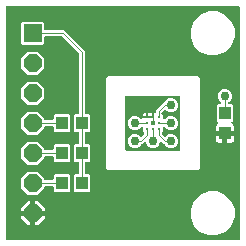
<source format=gbr>
G04 EAGLE Gerber RS-274X export*
G75*
%MOMM*%
%FSLAX34Y34*%
%LPD*%
%INTop Copper*%
%IPPOS*%
%AMOC8*
5,1,8,0,0,1.08239X$1,22.5*%
G01*
%ADD10R,0.381000X0.381000*%
%ADD11C,0.300000*%
%ADD12R,1.000000X1.100000*%
%ADD13R,1.524000X1.524000*%
%ADD14P,1.649562X8X22.500000*%
%ADD15C,0.050800*%
%ADD16C,0.101600*%
%ADD17C,0.762000*%

G36*
X199702Y2549D02*
X199702Y2549D01*
X199760Y2547D01*
X199842Y2569D01*
X199926Y2581D01*
X199979Y2604D01*
X200035Y2619D01*
X200108Y2662D01*
X200185Y2697D01*
X200230Y2735D01*
X200280Y2764D01*
X200338Y2826D01*
X200402Y2880D01*
X200434Y2929D01*
X200474Y2972D01*
X200513Y3047D01*
X200560Y3117D01*
X200577Y3173D01*
X200604Y3225D01*
X200615Y3293D01*
X200645Y3388D01*
X200648Y3488D01*
X200659Y3556D01*
X200659Y199644D01*
X200651Y199702D01*
X200653Y199760D01*
X200631Y199842D01*
X200619Y199926D01*
X200596Y199979D01*
X200581Y200035D01*
X200538Y200108D01*
X200503Y200185D01*
X200465Y200230D01*
X200436Y200280D01*
X200374Y200338D01*
X200320Y200402D01*
X200271Y200434D01*
X200228Y200474D01*
X200153Y200513D01*
X200083Y200560D01*
X200027Y200577D01*
X199975Y200604D01*
X199907Y200615D01*
X199812Y200645D01*
X199712Y200648D01*
X199644Y200659D01*
X3556Y200659D01*
X3498Y200651D01*
X3440Y200653D01*
X3358Y200631D01*
X3274Y200619D01*
X3221Y200596D01*
X3165Y200581D01*
X3092Y200538D01*
X3015Y200503D01*
X2970Y200465D01*
X2920Y200436D01*
X2862Y200374D01*
X2798Y200320D01*
X2766Y200271D01*
X2726Y200228D01*
X2687Y200153D01*
X2640Y200083D01*
X2623Y200027D01*
X2596Y199975D01*
X2585Y199907D01*
X2555Y199812D01*
X2552Y199712D01*
X2541Y199644D01*
X2541Y3556D01*
X2549Y3498D01*
X2547Y3440D01*
X2569Y3358D01*
X2581Y3274D01*
X2604Y3221D01*
X2619Y3165D01*
X2662Y3092D01*
X2697Y3015D01*
X2735Y2970D01*
X2764Y2920D01*
X2826Y2862D01*
X2880Y2798D01*
X2929Y2766D01*
X2972Y2726D01*
X3047Y2687D01*
X3117Y2640D01*
X3173Y2623D01*
X3225Y2596D01*
X3293Y2585D01*
X3388Y2555D01*
X3488Y2552D01*
X3556Y2541D01*
X199644Y2541D01*
X199702Y2549D01*
G37*
%LPC*%
G36*
X88693Y62102D02*
X88693Y62102D01*
X87502Y63293D01*
X87502Y77458D01*
X87503Y77464D01*
X87503Y125737D01*
X87502Y125745D01*
X87502Y139907D01*
X88693Y141098D01*
X165307Y141098D01*
X166498Y139907D01*
X166498Y63293D01*
X165307Y62102D01*
X88693Y62102D01*
G37*
%LPD*%
G36*
X149411Y78241D02*
X149411Y78241D01*
X149469Y78239D01*
X149551Y78261D01*
X149635Y78273D01*
X149688Y78296D01*
X149744Y78311D01*
X149817Y78354D01*
X149894Y78389D01*
X149939Y78427D01*
X149989Y78456D01*
X150047Y78518D01*
X150111Y78572D01*
X150143Y78621D01*
X150183Y78664D01*
X150222Y78739D01*
X150269Y78809D01*
X150286Y78865D01*
X150313Y78917D01*
X150324Y78985D01*
X150354Y79080D01*
X150357Y79180D01*
X150368Y79248D01*
X150368Y123953D01*
X150360Y124011D01*
X150362Y124069D01*
X150340Y124151D01*
X150328Y124235D01*
X150305Y124288D01*
X150290Y124344D01*
X150247Y124417D01*
X150212Y124494D01*
X150174Y124539D01*
X150145Y124589D01*
X150083Y124647D01*
X150029Y124711D01*
X149980Y124743D01*
X149937Y124783D01*
X149862Y124822D01*
X149792Y124869D01*
X149736Y124886D01*
X149684Y124913D01*
X149616Y124924D01*
X149521Y124954D01*
X149421Y124957D01*
X149353Y124968D01*
X104648Y124968D01*
X104590Y124960D01*
X104532Y124962D01*
X104450Y124940D01*
X104366Y124928D01*
X104313Y124905D01*
X104257Y124890D01*
X104184Y124847D01*
X104107Y124812D01*
X104062Y124774D01*
X104012Y124745D01*
X103954Y124683D01*
X103890Y124629D01*
X103858Y124580D01*
X103818Y124537D01*
X103779Y124462D01*
X103732Y124392D01*
X103715Y124336D01*
X103688Y124284D01*
X103677Y124216D01*
X103647Y124121D01*
X103644Y124021D01*
X103633Y123953D01*
X103633Y79248D01*
X103641Y79190D01*
X103639Y79132D01*
X103661Y79050D01*
X103673Y78966D01*
X103696Y78913D01*
X103711Y78857D01*
X103754Y78784D01*
X103789Y78707D01*
X103827Y78662D01*
X103856Y78612D01*
X103918Y78554D01*
X103972Y78490D01*
X104021Y78458D01*
X104064Y78418D01*
X104139Y78379D01*
X104209Y78332D01*
X104265Y78315D01*
X104317Y78288D01*
X104385Y78277D01*
X104480Y78247D01*
X104580Y78244D01*
X104648Y78233D01*
X149353Y78233D01*
X149411Y78241D01*
G37*
%LPC*%
G36*
X61078Y43267D02*
X61078Y43267D01*
X59887Y44458D01*
X59887Y57142D01*
X61078Y58333D01*
X63364Y58333D01*
X63422Y58341D01*
X63480Y58339D01*
X63562Y58361D01*
X63646Y58373D01*
X63699Y58396D01*
X63755Y58411D01*
X63828Y58454D01*
X63905Y58489D01*
X63950Y58527D01*
X64000Y58556D01*
X64058Y58618D01*
X64122Y58672D01*
X64154Y58721D01*
X64194Y58764D01*
X64233Y58839D01*
X64280Y58909D01*
X64297Y58965D01*
X64324Y59017D01*
X64335Y59085D01*
X64365Y59180D01*
X64368Y59280D01*
X64379Y59348D01*
X64379Y67652D01*
X64371Y67710D01*
X64373Y67768D01*
X64351Y67850D01*
X64339Y67934D01*
X64316Y67987D01*
X64301Y68043D01*
X64258Y68116D01*
X64223Y68193D01*
X64185Y68238D01*
X64156Y68288D01*
X64094Y68346D01*
X64040Y68410D01*
X63991Y68442D01*
X63948Y68482D01*
X63873Y68521D01*
X63803Y68568D01*
X63747Y68585D01*
X63695Y68612D01*
X63627Y68623D01*
X63532Y68653D01*
X63432Y68656D01*
X63364Y68667D01*
X61078Y68667D01*
X59887Y69858D01*
X59887Y82542D01*
X61078Y83733D01*
X63364Y83733D01*
X63422Y83741D01*
X63480Y83739D01*
X63562Y83761D01*
X63646Y83773D01*
X63699Y83796D01*
X63755Y83811D01*
X63828Y83854D01*
X63905Y83889D01*
X63950Y83927D01*
X64000Y83956D01*
X64058Y84018D01*
X64122Y84072D01*
X64154Y84121D01*
X64194Y84164D01*
X64233Y84239D01*
X64280Y84309D01*
X64297Y84365D01*
X64324Y84417D01*
X64335Y84485D01*
X64365Y84580D01*
X64368Y84680D01*
X64379Y84748D01*
X64379Y93052D01*
X64371Y93110D01*
X64373Y93168D01*
X64351Y93250D01*
X64339Y93334D01*
X64316Y93387D01*
X64301Y93443D01*
X64258Y93516D01*
X64223Y93593D01*
X64185Y93638D01*
X64156Y93688D01*
X64094Y93746D01*
X64040Y93810D01*
X63991Y93842D01*
X63948Y93882D01*
X63873Y93921D01*
X63803Y93968D01*
X63747Y93985D01*
X63695Y94012D01*
X63627Y94023D01*
X63532Y94053D01*
X63432Y94056D01*
X63364Y94067D01*
X61078Y94067D01*
X59887Y95258D01*
X59887Y107942D01*
X61078Y109133D01*
X63364Y109133D01*
X63422Y109141D01*
X63480Y109139D01*
X63562Y109161D01*
X63646Y109173D01*
X63699Y109196D01*
X63755Y109211D01*
X63828Y109254D01*
X63905Y109289D01*
X63950Y109327D01*
X64000Y109356D01*
X64058Y109418D01*
X64122Y109472D01*
X64154Y109521D01*
X64194Y109564D01*
X64233Y109639D01*
X64280Y109709D01*
X64297Y109765D01*
X64324Y109817D01*
X64335Y109885D01*
X64365Y109980D01*
X64368Y110080D01*
X64379Y110148D01*
X64379Y160207D01*
X64367Y160294D01*
X64364Y160381D01*
X64347Y160434D01*
X64339Y160489D01*
X64304Y160568D01*
X64277Y160652D01*
X64249Y160691D01*
X64223Y160748D01*
X64127Y160861D01*
X64082Y160925D01*
X50045Y174962D01*
X49975Y175014D01*
X49911Y175074D01*
X49862Y175100D01*
X49818Y175133D01*
X49736Y175164D01*
X49658Y175204D01*
X49611Y175212D01*
X49552Y175234D01*
X49404Y175246D01*
X49327Y175259D01*
X36068Y175259D01*
X36010Y175251D01*
X35952Y175253D01*
X35870Y175231D01*
X35786Y175219D01*
X35733Y175196D01*
X35677Y175181D01*
X35604Y175138D01*
X35527Y175103D01*
X35482Y175065D01*
X35432Y175036D01*
X35374Y174974D01*
X35310Y174920D01*
X35278Y174871D01*
X35238Y174828D01*
X35199Y174753D01*
X35152Y174683D01*
X35135Y174627D01*
X35108Y174575D01*
X35097Y174507D01*
X35067Y174412D01*
X35064Y174312D01*
X35053Y174244D01*
X35053Y169338D01*
X33862Y168147D01*
X16938Y168147D01*
X15747Y169338D01*
X15747Y186262D01*
X16938Y187453D01*
X33862Y187453D01*
X35053Y186262D01*
X35053Y181356D01*
X35061Y181298D01*
X35059Y181240D01*
X35081Y181158D01*
X35093Y181074D01*
X35116Y181021D01*
X35131Y180965D01*
X35174Y180892D01*
X35209Y180815D01*
X35247Y180770D01*
X35276Y180720D01*
X35338Y180662D01*
X35392Y180598D01*
X35441Y180566D01*
X35484Y180526D01*
X35559Y180487D01*
X35629Y180440D01*
X35685Y180423D01*
X35737Y180396D01*
X35805Y180385D01*
X35900Y180355D01*
X36000Y180352D01*
X36068Y180341D01*
X51852Y180341D01*
X69461Y162732D01*
X69461Y110148D01*
X69469Y110092D01*
X69467Y110041D01*
X69468Y110040D01*
X69467Y110032D01*
X69489Y109950D01*
X69501Y109866D01*
X69524Y109813D01*
X69539Y109757D01*
X69582Y109684D01*
X69617Y109607D01*
X69655Y109562D01*
X69684Y109512D01*
X69746Y109454D01*
X69800Y109390D01*
X69849Y109358D01*
X69892Y109318D01*
X69967Y109279D01*
X70037Y109232D01*
X70093Y109215D01*
X70145Y109188D01*
X70213Y109177D01*
X70308Y109147D01*
X70408Y109144D01*
X70476Y109133D01*
X72762Y109133D01*
X73953Y107942D01*
X73953Y95258D01*
X72762Y94067D01*
X70476Y94067D01*
X70418Y94059D01*
X70360Y94061D01*
X70278Y94039D01*
X70194Y94027D01*
X70141Y94004D01*
X70085Y93989D01*
X70012Y93946D01*
X69935Y93911D01*
X69890Y93873D01*
X69840Y93844D01*
X69782Y93782D01*
X69718Y93728D01*
X69686Y93679D01*
X69646Y93636D01*
X69607Y93561D01*
X69560Y93491D01*
X69543Y93435D01*
X69516Y93383D01*
X69505Y93315D01*
X69475Y93220D01*
X69472Y93120D01*
X69461Y93052D01*
X69461Y84748D01*
X69468Y84694D01*
X69467Y84660D01*
X69468Y84657D01*
X69467Y84632D01*
X69489Y84550D01*
X69501Y84466D01*
X69524Y84413D01*
X69539Y84357D01*
X69582Y84284D01*
X69617Y84207D01*
X69655Y84162D01*
X69684Y84112D01*
X69746Y84054D01*
X69800Y83990D01*
X69849Y83958D01*
X69892Y83918D01*
X69967Y83879D01*
X70037Y83832D01*
X70093Y83815D01*
X70145Y83788D01*
X70213Y83777D01*
X70308Y83747D01*
X70408Y83744D01*
X70476Y83733D01*
X72762Y83733D01*
X73953Y82542D01*
X73953Y69858D01*
X72762Y68667D01*
X70476Y68667D01*
X70418Y68659D01*
X70360Y68661D01*
X70278Y68639D01*
X70194Y68627D01*
X70141Y68604D01*
X70085Y68589D01*
X70012Y68546D01*
X69935Y68511D01*
X69890Y68473D01*
X69840Y68444D01*
X69782Y68382D01*
X69718Y68328D01*
X69686Y68279D01*
X69646Y68236D01*
X69607Y68161D01*
X69560Y68091D01*
X69543Y68035D01*
X69516Y67983D01*
X69505Y67915D01*
X69475Y67820D01*
X69472Y67720D01*
X69461Y67652D01*
X69461Y59348D01*
X69468Y59297D01*
X69467Y59278D01*
X69469Y59274D01*
X69467Y59232D01*
X69489Y59150D01*
X69501Y59066D01*
X69524Y59013D01*
X69539Y58957D01*
X69582Y58884D01*
X69617Y58807D01*
X69655Y58762D01*
X69684Y58712D01*
X69746Y58654D01*
X69800Y58590D01*
X69849Y58558D01*
X69892Y58518D01*
X69967Y58479D01*
X70037Y58432D01*
X70093Y58415D01*
X70145Y58388D01*
X70213Y58377D01*
X70308Y58347D01*
X70408Y58344D01*
X70476Y58333D01*
X72762Y58333D01*
X73953Y57142D01*
X73953Y44458D01*
X72762Y43267D01*
X61078Y43267D01*
G37*
%LPD*%
%LPC*%
G36*
X174112Y159259D02*
X174112Y159259D01*
X167297Y162082D01*
X162082Y167297D01*
X159259Y174112D01*
X159259Y181488D01*
X162082Y188303D01*
X167297Y193518D01*
X174112Y196341D01*
X181488Y196341D01*
X188303Y193518D01*
X193518Y188303D01*
X196341Y181488D01*
X196341Y174112D01*
X193518Y167297D01*
X188303Y162082D01*
X181488Y159259D01*
X174112Y159259D01*
G37*
%LPD*%
%LPC*%
G36*
X174112Y6859D02*
X174112Y6859D01*
X167297Y9682D01*
X162082Y14897D01*
X159259Y21712D01*
X159259Y29088D01*
X162082Y35903D01*
X167297Y41118D01*
X174112Y43941D01*
X181488Y43941D01*
X188303Y41118D01*
X193518Y35903D01*
X196341Y29088D01*
X196341Y21712D01*
X193518Y14897D01*
X188303Y9682D01*
X181488Y6859D01*
X174112Y6859D01*
G37*
%LPD*%
%LPC*%
G36*
X110598Y80517D02*
X110598Y80517D01*
X108450Y81407D01*
X106807Y83050D01*
X105917Y85198D01*
X105917Y87522D01*
X106807Y89670D01*
X108450Y91313D01*
X110598Y92203D01*
X112922Y92203D01*
X115070Y91313D01*
X116097Y90286D01*
X116143Y90251D01*
X116184Y90209D01*
X116256Y90166D01*
X116324Y90115D01*
X116378Y90095D01*
X116429Y90065D01*
X116511Y90044D01*
X116589Y90014D01*
X116648Y90009D01*
X116704Y89995D01*
X116789Y89998D01*
X116873Y89991D01*
X116930Y90002D01*
X116989Y90004D01*
X117069Y90030D01*
X117151Y90046D01*
X117203Y90073D01*
X117259Y90091D01*
X117315Y90132D01*
X117404Y90177D01*
X117476Y90246D01*
X117532Y90286D01*
X119416Y92170D01*
X119455Y92222D01*
X119456Y92222D01*
X119459Y92227D01*
X119468Y92240D01*
X119528Y92304D01*
X119554Y92353D01*
X119587Y92397D01*
X119606Y92448D01*
X119614Y92459D01*
X119623Y92488D01*
X119658Y92557D01*
X119666Y92604D01*
X119688Y92663D01*
X119692Y92706D01*
X119699Y92730D01*
X119702Y92818D01*
X119713Y92888D01*
X119713Y93470D01*
X119701Y93557D01*
X119698Y93644D01*
X119681Y93697D01*
X119673Y93752D01*
X119638Y93831D01*
X119611Y93915D01*
X119583Y93954D01*
X119557Y94011D01*
X119461Y94124D01*
X119416Y94188D01*
X118467Y95137D01*
X118467Y97593D01*
X118463Y97622D01*
X118466Y97652D01*
X118443Y97763D01*
X118427Y97875D01*
X118415Y97902D01*
X118410Y97930D01*
X118357Y98031D01*
X118311Y98134D01*
X118292Y98157D01*
X118279Y98183D01*
X118201Y98265D01*
X118128Y98351D01*
X118103Y98368D01*
X118083Y98389D01*
X117985Y98446D01*
X117891Y98509D01*
X117863Y98518D01*
X117838Y98533D01*
X117728Y98560D01*
X117620Y98595D01*
X117590Y98595D01*
X117562Y98603D01*
X117449Y98599D01*
X117336Y98602D01*
X117307Y98595D01*
X117278Y98594D01*
X117170Y98559D01*
X117061Y98530D01*
X117035Y98515D01*
X117007Y98506D01*
X116944Y98461D01*
X116816Y98385D01*
X116773Y98339D01*
X116734Y98311D01*
X115070Y96647D01*
X112922Y95757D01*
X110598Y95757D01*
X108450Y96647D01*
X106807Y98290D01*
X105917Y100438D01*
X105917Y102762D01*
X106807Y104910D01*
X108450Y106553D01*
X110598Y107443D01*
X112922Y107443D01*
X115070Y106553D01*
X116226Y105397D01*
X116250Y105379D01*
X116269Y105357D01*
X116363Y105294D01*
X116453Y105226D01*
X116481Y105215D01*
X116505Y105199D01*
X116613Y105165D01*
X116719Y105125D01*
X116748Y105122D01*
X116776Y105113D01*
X116890Y105110D01*
X117002Y105101D01*
X117031Y105107D01*
X117060Y105106D01*
X117170Y105135D01*
X117281Y105157D01*
X117307Y105170D01*
X117335Y105178D01*
X117433Y105236D01*
X117533Y105288D01*
X117555Y105308D01*
X117580Y105323D01*
X117657Y105406D01*
X117739Y105484D01*
X117754Y105509D01*
X117774Y105530D01*
X117802Y105585D01*
X122000Y105585D01*
X127000Y105585D01*
X127058Y105593D01*
X127116Y105591D01*
X127198Y105613D01*
X127281Y105624D01*
X127335Y105648D01*
X127391Y105663D01*
X127464Y105706D01*
X127541Y105741D01*
X127585Y105778D01*
X127635Y105808D01*
X127693Y105870D01*
X127758Y105924D01*
X127790Y105973D01*
X127830Y106016D01*
X127868Y106091D01*
X127915Y106161D01*
X127933Y106217D01*
X127959Y106269D01*
X127971Y106337D01*
X128001Y106432D01*
X128004Y106532D01*
X128015Y106600D01*
X128007Y106658D01*
X128008Y106716D01*
X127987Y106798D01*
X127975Y106882D01*
X127951Y106935D01*
X127936Y106992D01*
X127908Y107039D01*
X127947Y107109D01*
X127952Y107127D01*
X127960Y107143D01*
X127972Y107214D01*
X128012Y107386D01*
X128008Y107430D01*
X128015Y107474D01*
X128015Y110511D01*
X128435Y110399D01*
X128484Y110393D01*
X128530Y110378D01*
X128624Y110376D01*
X128717Y110364D01*
X128766Y110372D01*
X128814Y110371D01*
X128905Y110395D01*
X128998Y110409D01*
X129042Y110430D01*
X129089Y110443D01*
X129170Y110491D01*
X129255Y110531D01*
X129292Y110563D01*
X129334Y110588D01*
X129398Y110656D01*
X129469Y110718D01*
X129495Y110760D01*
X129528Y110795D01*
X129571Y110879D01*
X129622Y110958D01*
X129636Y111005D01*
X129658Y111048D01*
X129670Y111121D01*
X129702Y111231D01*
X129703Y111317D01*
X129713Y111379D01*
X129713Y112627D01*
X136217Y119131D01*
X136329Y119147D01*
X136466Y119167D01*
X136468Y119167D01*
X136469Y119167D01*
X136597Y119225D01*
X136726Y119283D01*
X136727Y119284D01*
X136728Y119285D01*
X136835Y119376D01*
X136943Y119466D01*
X136943Y119468D01*
X136945Y119469D01*
X136953Y119482D01*
X137100Y119703D01*
X137109Y119732D01*
X137123Y119753D01*
X137287Y120150D01*
X138930Y121793D01*
X141078Y122683D01*
X143402Y122683D01*
X145550Y121793D01*
X147193Y120150D01*
X148083Y118002D01*
X148083Y115678D01*
X147193Y113530D01*
X145550Y111887D01*
X143402Y110997D01*
X141078Y110997D01*
X138930Y111887D01*
X137903Y112914D01*
X137857Y112949D01*
X137816Y112991D01*
X137790Y113007D01*
X137778Y113018D01*
X137737Y113039D01*
X137676Y113085D01*
X137622Y113105D01*
X137571Y113135D01*
X137527Y113146D01*
X137525Y113147D01*
X137517Y113149D01*
X137489Y113156D01*
X137411Y113186D01*
X137352Y113191D01*
X137296Y113205D01*
X137211Y113202D01*
X137127Y113209D01*
X137070Y113198D01*
X137011Y113196D01*
X136931Y113170D01*
X136899Y113164D01*
X136896Y113163D01*
X136895Y113163D01*
X136849Y113154D01*
X136797Y113127D01*
X136741Y113109D01*
X136685Y113069D01*
X136637Y113047D01*
X136626Y113038D01*
X136596Y113023D01*
X136524Y112954D01*
X136468Y112914D01*
X134584Y111030D01*
X134532Y110960D01*
X134472Y110896D01*
X134446Y110847D01*
X134413Y110803D01*
X134382Y110721D01*
X134342Y110643D01*
X134334Y110596D01*
X134312Y110537D01*
X134300Y110390D01*
X134287Y110312D01*
X134287Y109730D01*
X134299Y109643D01*
X134302Y109556D01*
X134319Y109503D01*
X134327Y109448D01*
X134362Y109369D01*
X134389Y109285D01*
X134417Y109246D01*
X134443Y109189D01*
X134539Y109076D01*
X134584Y109012D01*
X135533Y108063D01*
X135533Y105607D01*
X135537Y105578D01*
X135534Y105548D01*
X135557Y105437D01*
X135573Y105325D01*
X135585Y105298D01*
X135590Y105270D01*
X135643Y105169D01*
X135689Y105066D01*
X135708Y105043D01*
X135721Y105017D01*
X135799Y104935D01*
X135872Y104849D01*
X135897Y104832D01*
X135917Y104811D01*
X136015Y104754D01*
X136109Y104691D01*
X136137Y104682D01*
X136162Y104667D01*
X136272Y104640D01*
X136380Y104605D01*
X136410Y104605D01*
X136438Y104597D01*
X136551Y104601D01*
X136664Y104598D01*
X136693Y104605D01*
X136722Y104606D01*
X136830Y104641D01*
X136939Y104670D01*
X136965Y104685D01*
X136993Y104694D01*
X137056Y104739D01*
X137184Y104815D01*
X137227Y104861D01*
X137266Y104889D01*
X138930Y106553D01*
X141078Y107443D01*
X143402Y107443D01*
X145550Y106553D01*
X147193Y104910D01*
X148083Y102762D01*
X148083Y100438D01*
X147193Y98290D01*
X145550Y96647D01*
X143402Y95757D01*
X141078Y95757D01*
X138930Y96647D01*
X137266Y98311D01*
X137242Y98329D01*
X137223Y98351D01*
X137129Y98414D01*
X137039Y98482D01*
X137011Y98493D01*
X136987Y98509D01*
X136879Y98543D01*
X136773Y98583D01*
X136744Y98586D01*
X136716Y98595D01*
X136602Y98598D01*
X136490Y98607D01*
X136461Y98601D01*
X136432Y98602D01*
X136322Y98573D01*
X136211Y98551D01*
X136185Y98538D01*
X136157Y98530D01*
X136059Y98472D01*
X135959Y98420D01*
X135937Y98400D01*
X135912Y98385D01*
X135835Y98302D01*
X135753Y98224D01*
X135738Y98199D01*
X135718Y98178D01*
X135666Y98077D01*
X135609Y97979D01*
X135602Y97951D01*
X135588Y97924D01*
X135575Y97847D01*
X135539Y97704D01*
X135541Y97641D01*
X135533Y97593D01*
X135533Y95137D01*
X134664Y94268D01*
X134612Y94198D01*
X134552Y94134D01*
X134526Y94085D01*
X134493Y94041D01*
X134462Y93959D01*
X134422Y93881D01*
X134414Y93834D01*
X134392Y93775D01*
X134380Y93627D01*
X134367Y93550D01*
X134367Y92808D01*
X134379Y92721D01*
X134382Y92634D01*
X134399Y92581D01*
X134407Y92526D01*
X134442Y92446D01*
X134469Y92363D01*
X134497Y92324D01*
X134523Y92267D01*
X134619Y92154D01*
X134664Y92090D01*
X136468Y90286D01*
X136514Y90251D01*
X136555Y90209D01*
X136627Y90166D01*
X136695Y90115D01*
X136749Y90095D01*
X136800Y90065D01*
X136881Y90044D01*
X136960Y90014D01*
X137019Y90009D01*
X137075Y89995D01*
X137160Y89998D01*
X137244Y89991D01*
X137301Y90002D01*
X137360Y90004D01*
X137440Y90030D01*
X137523Y90046D01*
X137574Y90073D01*
X137630Y90091D01*
X137686Y90132D01*
X137775Y90177D01*
X137847Y90246D01*
X137903Y90286D01*
X138930Y91313D01*
X141078Y92203D01*
X143402Y92203D01*
X145550Y91313D01*
X147193Y89670D01*
X148083Y87522D01*
X148083Y85198D01*
X147193Y83050D01*
X145550Y81407D01*
X143402Y80517D01*
X141078Y80517D01*
X138930Y81407D01*
X137287Y83050D01*
X137123Y83447D01*
X137122Y83448D01*
X137121Y83449D01*
X137050Y83570D01*
X136978Y83691D01*
X136977Y83692D01*
X136976Y83694D01*
X136872Y83791D01*
X136771Y83887D01*
X136770Y83887D01*
X136769Y83888D01*
X136643Y83953D01*
X136519Y84017D01*
X136517Y84017D01*
X136516Y84018D01*
X136501Y84020D01*
X136240Y84072D01*
X136216Y84070D01*
X134576Y85710D01*
X134487Y85777D01*
X134395Y85854D01*
X134377Y85862D01*
X134360Y85875D01*
X134353Y85878D01*
X134349Y85881D01*
X134264Y85913D01*
X134247Y85920D01*
X134135Y85970D01*
X134115Y85972D01*
X134096Y85980D01*
X134087Y85981D01*
X134083Y85982D01*
X134016Y85988D01*
X133975Y85992D01*
X133854Y86009D01*
X133834Y86006D01*
X133813Y86008D01*
X133802Y86006D01*
X133800Y86006D01*
X133754Y85997D01*
X133693Y85985D01*
X133572Y85968D01*
X133554Y85960D01*
X133534Y85956D01*
X133523Y85950D01*
X133521Y85950D01*
X133491Y85934D01*
X133424Y85901D01*
X133313Y85851D01*
X133298Y85838D01*
X133280Y85829D01*
X133270Y85820D01*
X133269Y85819D01*
X133248Y85799D01*
X133190Y85746D01*
X133097Y85667D01*
X133087Y85651D01*
X133071Y85636D01*
X133064Y85624D01*
X133063Y85623D01*
X133046Y85594D01*
X132923Y85393D01*
X132922Y85386D01*
X132919Y85382D01*
X131953Y83050D01*
X130310Y81407D01*
X128162Y80517D01*
X125838Y80517D01*
X123690Y81407D01*
X122047Y83050D01*
X121081Y85382D01*
X121031Y85467D01*
X121001Y85533D01*
X120986Y85551D01*
X120970Y85583D01*
X120951Y85603D01*
X120937Y85627D01*
X120864Y85695D01*
X120817Y85750D01*
X120799Y85763D01*
X120774Y85789D01*
X120750Y85803D01*
X120730Y85822D01*
X120642Y85867D01*
X120581Y85908D01*
X120559Y85915D01*
X120529Y85933D01*
X120502Y85939D01*
X120477Y85952D01*
X120381Y85971D01*
X120310Y85994D01*
X120286Y85994D01*
X120253Y86003D01*
X120225Y86002D01*
X120198Y86007D01*
X120103Y85999D01*
X120026Y86001D01*
X120002Y85995D01*
X119969Y85994D01*
X119943Y85985D01*
X119915Y85983D01*
X119828Y85949D01*
X119751Y85929D01*
X119728Y85916D01*
X119699Y85906D01*
X119678Y85892D01*
X119650Y85881D01*
X119579Y85827D01*
X119506Y85784D01*
X119468Y85743D01*
X119437Y85720D01*
X119425Y85711D01*
X119424Y85710D01*
X119423Y85709D01*
X117783Y84069D01*
X117671Y84053D01*
X117534Y84033D01*
X117532Y84033D01*
X117531Y84033D01*
X117403Y83975D01*
X117274Y83917D01*
X117273Y83916D01*
X117272Y83915D01*
X117165Y83824D01*
X117057Y83734D01*
X117057Y83732D01*
X117055Y83731D01*
X117047Y83718D01*
X116900Y83497D01*
X116891Y83468D01*
X116877Y83447D01*
X116713Y83050D01*
X115070Y81407D01*
X112922Y80517D01*
X110598Y80517D01*
G37*
%LPD*%
%LPC*%
G36*
X21402Y91947D02*
X21402Y91947D01*
X15747Y97602D01*
X15747Y105598D01*
X21402Y111253D01*
X29398Y111253D01*
X35053Y105598D01*
X35053Y105156D01*
X35061Y105098D01*
X35059Y105040D01*
X35081Y104958D01*
X35093Y104874D01*
X35116Y104821D01*
X35131Y104765D01*
X35174Y104692D01*
X35209Y104615D01*
X35247Y104570D01*
X35276Y104520D01*
X35338Y104462D01*
X35392Y104398D01*
X35441Y104366D01*
X35484Y104326D01*
X35559Y104287D01*
X35629Y104240D01*
X35685Y104223D01*
X35737Y104196D01*
X35805Y104185D01*
X35900Y104155D01*
X36000Y104152D01*
X36068Y104141D01*
X41872Y104141D01*
X41930Y104149D01*
X41988Y104147D01*
X42070Y104169D01*
X42154Y104181D01*
X42207Y104204D01*
X42263Y104219D01*
X42336Y104262D01*
X42413Y104297D01*
X42458Y104335D01*
X42508Y104364D01*
X42566Y104426D01*
X42630Y104480D01*
X42662Y104529D01*
X42702Y104572D01*
X42741Y104647D01*
X42788Y104717D01*
X42805Y104773D01*
X42832Y104825D01*
X42843Y104893D01*
X42873Y104988D01*
X42876Y105088D01*
X42887Y105156D01*
X42887Y107942D01*
X44078Y109133D01*
X55762Y109133D01*
X56953Y107942D01*
X56953Y95258D01*
X55762Y94067D01*
X44078Y94067D01*
X42887Y95258D01*
X42887Y98044D01*
X42879Y98102D01*
X42881Y98160D01*
X42859Y98242D01*
X42847Y98326D01*
X42824Y98379D01*
X42809Y98435D01*
X42766Y98508D01*
X42731Y98585D01*
X42693Y98630D01*
X42664Y98680D01*
X42602Y98738D01*
X42548Y98802D01*
X42499Y98834D01*
X42456Y98874D01*
X42381Y98913D01*
X42311Y98960D01*
X42255Y98977D01*
X42203Y99004D01*
X42135Y99015D01*
X42040Y99045D01*
X41940Y99048D01*
X41872Y99059D01*
X36068Y99059D01*
X36010Y99051D01*
X35952Y99053D01*
X35870Y99031D01*
X35786Y99019D01*
X35733Y98996D01*
X35677Y98981D01*
X35604Y98938D01*
X35527Y98903D01*
X35482Y98865D01*
X35432Y98836D01*
X35374Y98774D01*
X35310Y98720D01*
X35278Y98671D01*
X35238Y98628D01*
X35199Y98553D01*
X35152Y98483D01*
X35135Y98427D01*
X35108Y98375D01*
X35097Y98307D01*
X35067Y98212D01*
X35064Y98112D01*
X35053Y98044D01*
X35053Y97602D01*
X29398Y91947D01*
X21402Y91947D01*
G37*
%LPD*%
%LPC*%
G36*
X21402Y66547D02*
X21402Y66547D01*
X15747Y72202D01*
X15747Y80198D01*
X21402Y85853D01*
X29398Y85853D01*
X35053Y80198D01*
X35053Y79756D01*
X35061Y79698D01*
X35059Y79640D01*
X35081Y79558D01*
X35093Y79474D01*
X35116Y79421D01*
X35131Y79365D01*
X35174Y79292D01*
X35209Y79215D01*
X35247Y79170D01*
X35276Y79120D01*
X35338Y79062D01*
X35392Y78998D01*
X35441Y78966D01*
X35484Y78926D01*
X35559Y78887D01*
X35629Y78840D01*
X35685Y78823D01*
X35737Y78796D01*
X35805Y78785D01*
X35900Y78755D01*
X36000Y78752D01*
X36068Y78741D01*
X41872Y78741D01*
X41930Y78749D01*
X41988Y78747D01*
X42070Y78769D01*
X42154Y78781D01*
X42207Y78804D01*
X42263Y78819D01*
X42336Y78862D01*
X42413Y78897D01*
X42458Y78935D01*
X42508Y78964D01*
X42566Y79026D01*
X42630Y79080D01*
X42662Y79129D01*
X42702Y79172D01*
X42741Y79247D01*
X42788Y79317D01*
X42805Y79373D01*
X42832Y79425D01*
X42843Y79493D01*
X42873Y79588D01*
X42876Y79688D01*
X42887Y79756D01*
X42887Y82542D01*
X44078Y83733D01*
X55762Y83733D01*
X56953Y82542D01*
X56953Y69858D01*
X55762Y68667D01*
X44078Y68667D01*
X42887Y69858D01*
X42887Y72644D01*
X42880Y72694D01*
X42881Y72709D01*
X42879Y72714D01*
X42881Y72760D01*
X42859Y72842D01*
X42847Y72926D01*
X42824Y72979D01*
X42809Y73035D01*
X42766Y73108D01*
X42731Y73185D01*
X42693Y73230D01*
X42664Y73280D01*
X42602Y73338D01*
X42548Y73402D01*
X42499Y73434D01*
X42456Y73474D01*
X42381Y73513D01*
X42311Y73560D01*
X42255Y73577D01*
X42203Y73604D01*
X42135Y73615D01*
X42040Y73645D01*
X41940Y73648D01*
X41872Y73659D01*
X36068Y73659D01*
X36010Y73651D01*
X35952Y73653D01*
X35870Y73631D01*
X35786Y73619D01*
X35733Y73596D01*
X35677Y73581D01*
X35604Y73538D01*
X35527Y73503D01*
X35482Y73465D01*
X35432Y73436D01*
X35374Y73374D01*
X35310Y73320D01*
X35278Y73271D01*
X35238Y73228D01*
X35199Y73153D01*
X35152Y73083D01*
X35135Y73027D01*
X35108Y72975D01*
X35097Y72907D01*
X35067Y72812D01*
X35064Y72712D01*
X35053Y72644D01*
X35053Y72202D01*
X29398Y66547D01*
X21402Y66547D01*
G37*
%LPD*%
%LPC*%
G36*
X21402Y41147D02*
X21402Y41147D01*
X15747Y46802D01*
X15747Y54798D01*
X21402Y60453D01*
X29398Y60453D01*
X35053Y54798D01*
X35053Y54356D01*
X35061Y54298D01*
X35059Y54240D01*
X35081Y54158D01*
X35093Y54074D01*
X35116Y54021D01*
X35131Y53965D01*
X35174Y53892D01*
X35209Y53815D01*
X35247Y53770D01*
X35276Y53720D01*
X35338Y53662D01*
X35392Y53598D01*
X35441Y53566D01*
X35484Y53526D01*
X35559Y53487D01*
X35629Y53440D01*
X35685Y53423D01*
X35737Y53396D01*
X35805Y53385D01*
X35900Y53355D01*
X36000Y53352D01*
X36068Y53341D01*
X41872Y53341D01*
X41930Y53349D01*
X41988Y53347D01*
X42070Y53369D01*
X42154Y53381D01*
X42207Y53404D01*
X42263Y53419D01*
X42336Y53462D01*
X42413Y53497D01*
X42458Y53535D01*
X42508Y53564D01*
X42566Y53626D01*
X42630Y53680D01*
X42662Y53729D01*
X42702Y53772D01*
X42741Y53847D01*
X42788Y53917D01*
X42805Y53973D01*
X42832Y54025D01*
X42843Y54093D01*
X42873Y54188D01*
X42876Y54288D01*
X42887Y54356D01*
X42887Y57142D01*
X44078Y58333D01*
X55762Y58333D01*
X56953Y57142D01*
X56953Y44458D01*
X55762Y43267D01*
X44078Y43267D01*
X42887Y44458D01*
X42887Y47244D01*
X42880Y47297D01*
X42881Y47328D01*
X42880Y47331D01*
X42881Y47360D01*
X42859Y47442D01*
X42847Y47526D01*
X42824Y47579D01*
X42809Y47635D01*
X42766Y47708D01*
X42731Y47785D01*
X42693Y47830D01*
X42664Y47880D01*
X42602Y47938D01*
X42548Y48002D01*
X42499Y48034D01*
X42456Y48074D01*
X42381Y48113D01*
X42311Y48160D01*
X42255Y48177D01*
X42203Y48204D01*
X42135Y48215D01*
X42040Y48245D01*
X41940Y48248D01*
X41872Y48259D01*
X36068Y48259D01*
X36010Y48251D01*
X35952Y48253D01*
X35870Y48231D01*
X35786Y48219D01*
X35733Y48196D01*
X35677Y48181D01*
X35604Y48138D01*
X35527Y48103D01*
X35482Y48065D01*
X35432Y48036D01*
X35374Y47974D01*
X35310Y47920D01*
X35278Y47871D01*
X35238Y47828D01*
X35199Y47753D01*
X35152Y47683D01*
X35135Y47627D01*
X35108Y47575D01*
X35097Y47507D01*
X35067Y47412D01*
X35064Y47312D01*
X35053Y47244D01*
X35053Y46802D01*
X29398Y41147D01*
X21402Y41147D01*
G37*
%LPD*%
%LPC*%
G36*
X187959Y93099D02*
X187959Y93099D01*
X187959Y94116D01*
X187951Y94174D01*
X187952Y94232D01*
X187931Y94314D01*
X187919Y94397D01*
X187895Y94451D01*
X187881Y94507D01*
X187838Y94580D01*
X187803Y94657D01*
X187765Y94701D01*
X187735Y94752D01*
X187674Y94809D01*
X187619Y94874D01*
X187571Y94906D01*
X187528Y94946D01*
X187453Y94985D01*
X187383Y95031D01*
X187327Y95049D01*
X187275Y95076D01*
X187207Y95087D01*
X187112Y95117D01*
X187012Y95120D01*
X186944Y95131D01*
X180419Y95131D01*
X180419Y98934D01*
X180592Y99581D01*
X180927Y100160D01*
X181400Y100633D01*
X181936Y100942D01*
X181974Y100972D01*
X182017Y100995D01*
X182085Y101059D01*
X182159Y101118D01*
X182188Y101157D01*
X182223Y101191D01*
X182271Y101272D01*
X182326Y101348D01*
X182342Y101394D01*
X182367Y101436D01*
X182390Y101527D01*
X182422Y101615D01*
X182425Y101664D01*
X182437Y101711D01*
X182434Y101805D01*
X182440Y101899D01*
X182430Y101947D01*
X182428Y101996D01*
X182399Y102085D01*
X182379Y102177D01*
X182356Y102220D01*
X182341Y102266D01*
X182298Y102326D01*
X182243Y102427D01*
X182182Y102488D01*
X182146Y102539D01*
X180927Y103758D01*
X180927Y116442D01*
X182118Y117633D01*
X184073Y117633D01*
X184102Y117637D01*
X184132Y117634D01*
X184243Y117657D01*
X184355Y117673D01*
X184382Y117685D01*
X184410Y117690D01*
X184511Y117743D01*
X184614Y117789D01*
X184637Y117808D01*
X184663Y117821D01*
X184745Y117899D01*
X184831Y117972D01*
X184848Y117997D01*
X184869Y118017D01*
X184926Y118115D01*
X184989Y118209D01*
X184998Y118237D01*
X185013Y118262D01*
X185040Y118372D01*
X185075Y118480D01*
X185075Y118510D01*
X185083Y118538D01*
X185079Y118651D01*
X185082Y118764D01*
X185075Y118793D01*
X185074Y118822D01*
X185039Y118930D01*
X185010Y119039D01*
X184995Y119065D01*
X184986Y119093D01*
X184941Y119156D01*
X184865Y119284D01*
X184819Y119327D01*
X184791Y119366D01*
X183007Y121150D01*
X182117Y123298D01*
X182117Y125622D01*
X183007Y127770D01*
X184650Y129413D01*
X186798Y130303D01*
X189122Y130303D01*
X191270Y129413D01*
X192913Y127770D01*
X193803Y125622D01*
X193803Y123298D01*
X192913Y121150D01*
X191129Y119366D01*
X191111Y119342D01*
X191089Y119323D01*
X191026Y119229D01*
X190958Y119139D01*
X190947Y119111D01*
X190931Y119087D01*
X190897Y118979D01*
X190857Y118873D01*
X190854Y118844D01*
X190845Y118816D01*
X190842Y118702D01*
X190833Y118590D01*
X190839Y118561D01*
X190838Y118532D01*
X190867Y118422D01*
X190889Y118311D01*
X190902Y118285D01*
X190910Y118257D01*
X190968Y118159D01*
X191020Y118059D01*
X191040Y118037D01*
X191055Y118012D01*
X191138Y117935D01*
X191216Y117853D01*
X191241Y117838D01*
X191262Y117818D01*
X191363Y117766D01*
X191461Y117709D01*
X191489Y117702D01*
X191516Y117688D01*
X191593Y117675D01*
X191736Y117639D01*
X191799Y117641D01*
X191847Y117633D01*
X193802Y117633D01*
X194993Y116442D01*
X194993Y103758D01*
X193774Y102539D01*
X193745Y102501D01*
X193709Y102468D01*
X193660Y102387D01*
X193603Y102312D01*
X193586Y102267D01*
X193560Y102225D01*
X193535Y102134D01*
X193502Y102047D01*
X193498Y101998D01*
X193485Y101951D01*
X193486Y101857D01*
X193478Y101763D01*
X193488Y101716D01*
X193489Y101667D01*
X193516Y101577D01*
X193534Y101485D01*
X193557Y101441D01*
X193571Y101395D01*
X193622Y101316D01*
X193665Y101232D01*
X193699Y101197D01*
X193725Y101156D01*
X193783Y101109D01*
X193861Y101026D01*
X193936Y100982D01*
X193984Y100942D01*
X194520Y100633D01*
X194993Y100160D01*
X195328Y99581D01*
X195501Y98934D01*
X195501Y95131D01*
X188976Y95131D01*
X188918Y95123D01*
X188860Y95124D01*
X188778Y95103D01*
X188695Y95091D01*
X188641Y95067D01*
X188585Y95053D01*
X188512Y95010D01*
X188435Y94975D01*
X188391Y94937D01*
X188340Y94907D01*
X188283Y94846D01*
X188218Y94791D01*
X188186Y94743D01*
X188146Y94700D01*
X188107Y94625D01*
X188061Y94555D01*
X188043Y94499D01*
X188016Y94447D01*
X188005Y94379D01*
X187975Y94284D01*
X187972Y94184D01*
X187961Y94116D01*
X187961Y93099D01*
X187959Y93099D01*
G37*
%LPD*%
%LPC*%
G36*
X21402Y142747D02*
X21402Y142747D01*
X15747Y148402D01*
X15747Y156398D01*
X21402Y162053D01*
X29398Y162053D01*
X35053Y156398D01*
X35053Y148402D01*
X29398Y142747D01*
X21402Y142747D01*
G37*
%LPD*%
%LPC*%
G36*
X21402Y117347D02*
X21402Y117347D01*
X15747Y123002D01*
X15747Y130998D01*
X21402Y136653D01*
X29398Y136653D01*
X35053Y130998D01*
X35053Y123002D01*
X29398Y117347D01*
X21402Y117347D01*
G37*
%LPD*%
%LPC*%
G36*
X27431Y27431D02*
X27431Y27431D01*
X27431Y35561D01*
X29609Y35561D01*
X35561Y29609D01*
X35561Y27431D01*
X27431Y27431D01*
G37*
%LPD*%
%LPC*%
G36*
X15239Y27431D02*
X15239Y27431D01*
X15239Y29609D01*
X21191Y35561D01*
X23369Y35561D01*
X23369Y27431D01*
X15239Y27431D01*
G37*
%LPD*%
%LPC*%
G36*
X27431Y15239D02*
X27431Y15239D01*
X27431Y23369D01*
X35561Y23369D01*
X35561Y21191D01*
X29609Y15239D01*
X27431Y15239D01*
G37*
%LPD*%
%LPC*%
G36*
X21191Y15239D02*
X21191Y15239D01*
X15239Y21191D01*
X15239Y23369D01*
X23369Y23369D01*
X23369Y15239D01*
X21191Y15239D01*
G37*
%LPD*%
%LPC*%
G36*
X189991Y85059D02*
X189991Y85059D01*
X189991Y91069D01*
X195501Y91069D01*
X195501Y87266D01*
X195328Y86619D01*
X194993Y86040D01*
X194520Y85567D01*
X193941Y85232D01*
X193294Y85059D01*
X189991Y85059D01*
G37*
%LPD*%
%LPC*%
G36*
X182626Y85059D02*
X182626Y85059D01*
X181979Y85232D01*
X181400Y85567D01*
X180927Y86040D01*
X180592Y86619D01*
X180419Y87266D01*
X180419Y91069D01*
X185929Y91069D01*
X185929Y85059D01*
X182626Y85059D01*
G37*
%LPD*%
%LPC*%
G36*
X123015Y107615D02*
X123015Y107615D01*
X123015Y110511D01*
X123560Y110365D01*
X123992Y110116D01*
X124065Y110086D01*
X124132Y110048D01*
X124196Y110034D01*
X124256Y110009D01*
X124333Y110001D01*
X124409Y109984D01*
X124474Y109987D01*
X124539Y109980D01*
X124615Y109994D01*
X124693Y109998D01*
X124745Y110018D01*
X124819Y110031D01*
X124935Y110088D01*
X125008Y110116D01*
X125440Y110365D01*
X125985Y110511D01*
X125985Y107615D01*
X123015Y107615D01*
G37*
%LPD*%
%LPC*%
G36*
X118089Y107615D02*
X118089Y107615D01*
X118235Y108160D01*
X118767Y109081D01*
X119519Y109833D01*
X120440Y110365D01*
X120985Y110511D01*
X120985Y107615D01*
X118089Y107615D01*
G37*
%LPD*%
%LPC*%
G36*
X25399Y25399D02*
X25399Y25399D01*
X25399Y25401D01*
X25401Y25401D01*
X25401Y25399D01*
X25399Y25399D01*
G37*
%LPD*%
D10*
X127000Y101600D03*
D11*
X122000Y106600D03*
X127000Y106600D03*
X132000Y106600D03*
X122000Y101600D03*
X132000Y101600D03*
X122000Y96600D03*
X127000Y96600D03*
X132000Y96600D03*
D12*
X187960Y110100D03*
X187960Y93100D03*
D13*
X25400Y177800D03*
D14*
X25400Y152400D03*
X25400Y127000D03*
X25400Y101600D03*
X25400Y76200D03*
X25400Y50800D03*
X25400Y25400D03*
D12*
X49920Y50800D03*
X66920Y50800D03*
X49920Y76200D03*
X66920Y76200D03*
X49920Y101600D03*
X66920Y101600D03*
D15*
X132000Y96600D02*
X132080Y96520D01*
X132080Y91440D01*
X137160Y86360D01*
X142240Y86360D01*
D16*
X49920Y76200D02*
X25400Y76200D01*
D17*
X142240Y86360D03*
D15*
X127000Y86360D02*
X127000Y96600D01*
D16*
X49920Y101600D02*
X25400Y101600D01*
D17*
X127000Y86360D03*
D15*
X127000Y101600D02*
X127000Y106600D01*
X122000Y106600D02*
X122000Y114220D01*
X119380Y116840D01*
X111760Y116840D01*
X127000Y116840D02*
X127000Y106600D01*
D17*
X111760Y116840D03*
X127000Y116840D03*
D15*
X132000Y111680D02*
X132000Y106600D01*
X132000Y111680D02*
X137160Y116840D01*
X142240Y116840D01*
D16*
X187960Y110100D02*
X187960Y124460D01*
X66920Y101600D02*
X66920Y76200D01*
X66920Y50800D01*
X66920Y101600D02*
X66920Y161680D01*
X50800Y177800D01*
X25400Y177800D01*
D17*
X142240Y116840D03*
X187960Y124460D03*
D15*
X142240Y101600D02*
X132000Y101600D01*
D16*
X49920Y50800D02*
X25400Y50800D01*
D17*
X142240Y101600D03*
D15*
X122000Y96600D02*
X122000Y91520D01*
X116840Y86360D01*
X111760Y86360D01*
D17*
X111760Y86360D03*
D15*
X111760Y101600D02*
X122000Y101600D01*
D17*
X111760Y101600D03*
M02*

</source>
